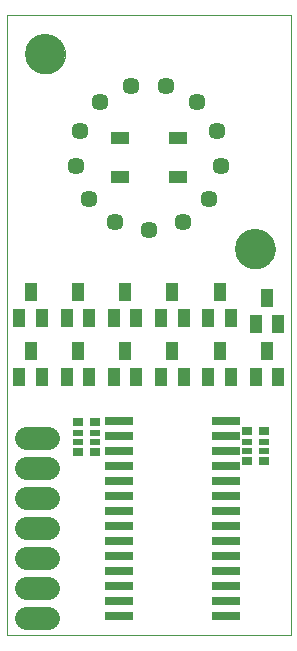
<source format=gts>
G75*
%MOIN*%
%OFA0B0*%
%FSLAX25Y25*%
%IPPOS*%
%LPD*%
%AMOC8*
5,1,8,0,0,1.08239X$1,22.5*
%
%ADD10C,0.00000*%
%ADD11C,0.05707*%
%ADD12R,0.04337X0.05912*%
%ADD13R,0.09400X0.02600*%
%ADD14C,0.13400*%
%ADD15R,0.06306X0.03943*%
%ADD16C,0.07800*%
%ADD17R,0.03550X0.02762*%
%ADD18R,0.03550X0.02369*%
D10*
X0007524Y0024687D02*
X0007524Y0231380D01*
X0102012Y0231380D01*
X0102012Y0024687D01*
X0007524Y0024687D01*
X0083701Y0153624D02*
X0083703Y0153785D01*
X0083709Y0153945D01*
X0083719Y0154106D01*
X0083733Y0154266D01*
X0083751Y0154426D01*
X0083772Y0154585D01*
X0083798Y0154744D01*
X0083828Y0154902D01*
X0083861Y0155059D01*
X0083899Y0155216D01*
X0083940Y0155371D01*
X0083985Y0155525D01*
X0084034Y0155678D01*
X0084087Y0155830D01*
X0084143Y0155981D01*
X0084204Y0156130D01*
X0084267Y0156278D01*
X0084335Y0156424D01*
X0084406Y0156568D01*
X0084480Y0156710D01*
X0084558Y0156851D01*
X0084640Y0156989D01*
X0084725Y0157126D01*
X0084813Y0157260D01*
X0084905Y0157392D01*
X0085000Y0157522D01*
X0085098Y0157650D01*
X0085199Y0157775D01*
X0085303Y0157897D01*
X0085410Y0158017D01*
X0085520Y0158134D01*
X0085633Y0158249D01*
X0085749Y0158360D01*
X0085868Y0158469D01*
X0085989Y0158574D01*
X0086113Y0158677D01*
X0086239Y0158777D01*
X0086367Y0158873D01*
X0086498Y0158966D01*
X0086632Y0159056D01*
X0086767Y0159143D01*
X0086905Y0159226D01*
X0087044Y0159306D01*
X0087186Y0159382D01*
X0087329Y0159455D01*
X0087474Y0159524D01*
X0087621Y0159590D01*
X0087769Y0159652D01*
X0087919Y0159710D01*
X0088070Y0159765D01*
X0088223Y0159816D01*
X0088377Y0159863D01*
X0088532Y0159906D01*
X0088688Y0159945D01*
X0088844Y0159981D01*
X0089002Y0160012D01*
X0089160Y0160040D01*
X0089319Y0160064D01*
X0089479Y0160084D01*
X0089639Y0160100D01*
X0089799Y0160112D01*
X0089960Y0160120D01*
X0090121Y0160124D01*
X0090281Y0160124D01*
X0090442Y0160120D01*
X0090603Y0160112D01*
X0090763Y0160100D01*
X0090923Y0160084D01*
X0091083Y0160064D01*
X0091242Y0160040D01*
X0091400Y0160012D01*
X0091558Y0159981D01*
X0091714Y0159945D01*
X0091870Y0159906D01*
X0092025Y0159863D01*
X0092179Y0159816D01*
X0092332Y0159765D01*
X0092483Y0159710D01*
X0092633Y0159652D01*
X0092781Y0159590D01*
X0092928Y0159524D01*
X0093073Y0159455D01*
X0093216Y0159382D01*
X0093358Y0159306D01*
X0093497Y0159226D01*
X0093635Y0159143D01*
X0093770Y0159056D01*
X0093904Y0158966D01*
X0094035Y0158873D01*
X0094163Y0158777D01*
X0094289Y0158677D01*
X0094413Y0158574D01*
X0094534Y0158469D01*
X0094653Y0158360D01*
X0094769Y0158249D01*
X0094882Y0158134D01*
X0094992Y0158017D01*
X0095099Y0157897D01*
X0095203Y0157775D01*
X0095304Y0157650D01*
X0095402Y0157522D01*
X0095497Y0157392D01*
X0095589Y0157260D01*
X0095677Y0157126D01*
X0095762Y0156989D01*
X0095844Y0156851D01*
X0095922Y0156710D01*
X0095996Y0156568D01*
X0096067Y0156424D01*
X0096135Y0156278D01*
X0096198Y0156130D01*
X0096259Y0155981D01*
X0096315Y0155830D01*
X0096368Y0155678D01*
X0096417Y0155525D01*
X0096462Y0155371D01*
X0096503Y0155216D01*
X0096541Y0155059D01*
X0096574Y0154902D01*
X0096604Y0154744D01*
X0096630Y0154585D01*
X0096651Y0154426D01*
X0096669Y0154266D01*
X0096683Y0154106D01*
X0096693Y0153945D01*
X0096699Y0153785D01*
X0096701Y0153624D01*
X0096699Y0153463D01*
X0096693Y0153303D01*
X0096683Y0153142D01*
X0096669Y0152982D01*
X0096651Y0152822D01*
X0096630Y0152663D01*
X0096604Y0152504D01*
X0096574Y0152346D01*
X0096541Y0152189D01*
X0096503Y0152032D01*
X0096462Y0151877D01*
X0096417Y0151723D01*
X0096368Y0151570D01*
X0096315Y0151418D01*
X0096259Y0151267D01*
X0096198Y0151118D01*
X0096135Y0150970D01*
X0096067Y0150824D01*
X0095996Y0150680D01*
X0095922Y0150538D01*
X0095844Y0150397D01*
X0095762Y0150259D01*
X0095677Y0150122D01*
X0095589Y0149988D01*
X0095497Y0149856D01*
X0095402Y0149726D01*
X0095304Y0149598D01*
X0095203Y0149473D01*
X0095099Y0149351D01*
X0094992Y0149231D01*
X0094882Y0149114D01*
X0094769Y0148999D01*
X0094653Y0148888D01*
X0094534Y0148779D01*
X0094413Y0148674D01*
X0094289Y0148571D01*
X0094163Y0148471D01*
X0094035Y0148375D01*
X0093904Y0148282D01*
X0093770Y0148192D01*
X0093635Y0148105D01*
X0093497Y0148022D01*
X0093358Y0147942D01*
X0093216Y0147866D01*
X0093073Y0147793D01*
X0092928Y0147724D01*
X0092781Y0147658D01*
X0092633Y0147596D01*
X0092483Y0147538D01*
X0092332Y0147483D01*
X0092179Y0147432D01*
X0092025Y0147385D01*
X0091870Y0147342D01*
X0091714Y0147303D01*
X0091558Y0147267D01*
X0091400Y0147236D01*
X0091242Y0147208D01*
X0091083Y0147184D01*
X0090923Y0147164D01*
X0090763Y0147148D01*
X0090603Y0147136D01*
X0090442Y0147128D01*
X0090281Y0147124D01*
X0090121Y0147124D01*
X0089960Y0147128D01*
X0089799Y0147136D01*
X0089639Y0147148D01*
X0089479Y0147164D01*
X0089319Y0147184D01*
X0089160Y0147208D01*
X0089002Y0147236D01*
X0088844Y0147267D01*
X0088688Y0147303D01*
X0088532Y0147342D01*
X0088377Y0147385D01*
X0088223Y0147432D01*
X0088070Y0147483D01*
X0087919Y0147538D01*
X0087769Y0147596D01*
X0087621Y0147658D01*
X0087474Y0147724D01*
X0087329Y0147793D01*
X0087186Y0147866D01*
X0087044Y0147942D01*
X0086905Y0148022D01*
X0086767Y0148105D01*
X0086632Y0148192D01*
X0086498Y0148282D01*
X0086367Y0148375D01*
X0086239Y0148471D01*
X0086113Y0148571D01*
X0085989Y0148674D01*
X0085868Y0148779D01*
X0085749Y0148888D01*
X0085633Y0148999D01*
X0085520Y0149114D01*
X0085410Y0149231D01*
X0085303Y0149351D01*
X0085199Y0149473D01*
X0085098Y0149598D01*
X0085000Y0149726D01*
X0084905Y0149856D01*
X0084813Y0149988D01*
X0084725Y0150122D01*
X0084640Y0150259D01*
X0084558Y0150397D01*
X0084480Y0150538D01*
X0084406Y0150680D01*
X0084335Y0150824D01*
X0084267Y0150970D01*
X0084204Y0151118D01*
X0084143Y0151267D01*
X0084087Y0151418D01*
X0084034Y0151570D01*
X0083985Y0151723D01*
X0083940Y0151877D01*
X0083899Y0152032D01*
X0083861Y0152189D01*
X0083828Y0152346D01*
X0083798Y0152504D01*
X0083772Y0152663D01*
X0083751Y0152822D01*
X0083733Y0152982D01*
X0083719Y0153142D01*
X0083709Y0153303D01*
X0083703Y0153463D01*
X0083701Y0153624D01*
X0013819Y0218585D02*
X0013821Y0218746D01*
X0013827Y0218906D01*
X0013837Y0219067D01*
X0013851Y0219227D01*
X0013869Y0219387D01*
X0013890Y0219546D01*
X0013916Y0219705D01*
X0013946Y0219863D01*
X0013979Y0220020D01*
X0014017Y0220177D01*
X0014058Y0220332D01*
X0014103Y0220486D01*
X0014152Y0220639D01*
X0014205Y0220791D01*
X0014261Y0220942D01*
X0014322Y0221091D01*
X0014385Y0221239D01*
X0014453Y0221385D01*
X0014524Y0221529D01*
X0014598Y0221671D01*
X0014676Y0221812D01*
X0014758Y0221950D01*
X0014843Y0222087D01*
X0014931Y0222221D01*
X0015023Y0222353D01*
X0015118Y0222483D01*
X0015216Y0222611D01*
X0015317Y0222736D01*
X0015421Y0222858D01*
X0015528Y0222978D01*
X0015638Y0223095D01*
X0015751Y0223210D01*
X0015867Y0223321D01*
X0015986Y0223430D01*
X0016107Y0223535D01*
X0016231Y0223638D01*
X0016357Y0223738D01*
X0016485Y0223834D01*
X0016616Y0223927D01*
X0016750Y0224017D01*
X0016885Y0224104D01*
X0017023Y0224187D01*
X0017162Y0224267D01*
X0017304Y0224343D01*
X0017447Y0224416D01*
X0017592Y0224485D01*
X0017739Y0224551D01*
X0017887Y0224613D01*
X0018037Y0224671D01*
X0018188Y0224726D01*
X0018341Y0224777D01*
X0018495Y0224824D01*
X0018650Y0224867D01*
X0018806Y0224906D01*
X0018962Y0224942D01*
X0019120Y0224973D01*
X0019278Y0225001D01*
X0019437Y0225025D01*
X0019597Y0225045D01*
X0019757Y0225061D01*
X0019917Y0225073D01*
X0020078Y0225081D01*
X0020239Y0225085D01*
X0020399Y0225085D01*
X0020560Y0225081D01*
X0020721Y0225073D01*
X0020881Y0225061D01*
X0021041Y0225045D01*
X0021201Y0225025D01*
X0021360Y0225001D01*
X0021518Y0224973D01*
X0021676Y0224942D01*
X0021832Y0224906D01*
X0021988Y0224867D01*
X0022143Y0224824D01*
X0022297Y0224777D01*
X0022450Y0224726D01*
X0022601Y0224671D01*
X0022751Y0224613D01*
X0022899Y0224551D01*
X0023046Y0224485D01*
X0023191Y0224416D01*
X0023334Y0224343D01*
X0023476Y0224267D01*
X0023615Y0224187D01*
X0023753Y0224104D01*
X0023888Y0224017D01*
X0024022Y0223927D01*
X0024153Y0223834D01*
X0024281Y0223738D01*
X0024407Y0223638D01*
X0024531Y0223535D01*
X0024652Y0223430D01*
X0024771Y0223321D01*
X0024887Y0223210D01*
X0025000Y0223095D01*
X0025110Y0222978D01*
X0025217Y0222858D01*
X0025321Y0222736D01*
X0025422Y0222611D01*
X0025520Y0222483D01*
X0025615Y0222353D01*
X0025707Y0222221D01*
X0025795Y0222087D01*
X0025880Y0221950D01*
X0025962Y0221812D01*
X0026040Y0221671D01*
X0026114Y0221529D01*
X0026185Y0221385D01*
X0026253Y0221239D01*
X0026316Y0221091D01*
X0026377Y0220942D01*
X0026433Y0220791D01*
X0026486Y0220639D01*
X0026535Y0220486D01*
X0026580Y0220332D01*
X0026621Y0220177D01*
X0026659Y0220020D01*
X0026692Y0219863D01*
X0026722Y0219705D01*
X0026748Y0219546D01*
X0026769Y0219387D01*
X0026787Y0219227D01*
X0026801Y0219067D01*
X0026811Y0218906D01*
X0026817Y0218746D01*
X0026819Y0218585D01*
X0026817Y0218424D01*
X0026811Y0218264D01*
X0026801Y0218103D01*
X0026787Y0217943D01*
X0026769Y0217783D01*
X0026748Y0217624D01*
X0026722Y0217465D01*
X0026692Y0217307D01*
X0026659Y0217150D01*
X0026621Y0216993D01*
X0026580Y0216838D01*
X0026535Y0216684D01*
X0026486Y0216531D01*
X0026433Y0216379D01*
X0026377Y0216228D01*
X0026316Y0216079D01*
X0026253Y0215931D01*
X0026185Y0215785D01*
X0026114Y0215641D01*
X0026040Y0215499D01*
X0025962Y0215358D01*
X0025880Y0215220D01*
X0025795Y0215083D01*
X0025707Y0214949D01*
X0025615Y0214817D01*
X0025520Y0214687D01*
X0025422Y0214559D01*
X0025321Y0214434D01*
X0025217Y0214312D01*
X0025110Y0214192D01*
X0025000Y0214075D01*
X0024887Y0213960D01*
X0024771Y0213849D01*
X0024652Y0213740D01*
X0024531Y0213635D01*
X0024407Y0213532D01*
X0024281Y0213432D01*
X0024153Y0213336D01*
X0024022Y0213243D01*
X0023888Y0213153D01*
X0023753Y0213066D01*
X0023615Y0212983D01*
X0023476Y0212903D01*
X0023334Y0212827D01*
X0023191Y0212754D01*
X0023046Y0212685D01*
X0022899Y0212619D01*
X0022751Y0212557D01*
X0022601Y0212499D01*
X0022450Y0212444D01*
X0022297Y0212393D01*
X0022143Y0212346D01*
X0021988Y0212303D01*
X0021832Y0212264D01*
X0021676Y0212228D01*
X0021518Y0212197D01*
X0021360Y0212169D01*
X0021201Y0212145D01*
X0021041Y0212125D01*
X0020881Y0212109D01*
X0020721Y0212097D01*
X0020560Y0212089D01*
X0020399Y0212085D01*
X0020239Y0212085D01*
X0020078Y0212089D01*
X0019917Y0212097D01*
X0019757Y0212109D01*
X0019597Y0212125D01*
X0019437Y0212145D01*
X0019278Y0212169D01*
X0019120Y0212197D01*
X0018962Y0212228D01*
X0018806Y0212264D01*
X0018650Y0212303D01*
X0018495Y0212346D01*
X0018341Y0212393D01*
X0018188Y0212444D01*
X0018037Y0212499D01*
X0017887Y0212557D01*
X0017739Y0212619D01*
X0017592Y0212685D01*
X0017447Y0212754D01*
X0017304Y0212827D01*
X0017162Y0212903D01*
X0017023Y0212983D01*
X0016885Y0213066D01*
X0016750Y0213153D01*
X0016616Y0213243D01*
X0016485Y0213336D01*
X0016357Y0213432D01*
X0016231Y0213532D01*
X0016107Y0213635D01*
X0015986Y0213740D01*
X0015867Y0213849D01*
X0015751Y0213960D01*
X0015638Y0214075D01*
X0015528Y0214192D01*
X0015421Y0214312D01*
X0015317Y0214434D01*
X0015216Y0214559D01*
X0015118Y0214687D01*
X0015023Y0214817D01*
X0014931Y0214949D01*
X0014843Y0215083D01*
X0014758Y0215220D01*
X0014676Y0215358D01*
X0014598Y0215499D01*
X0014524Y0215641D01*
X0014453Y0215785D01*
X0014385Y0215931D01*
X0014322Y0216079D01*
X0014261Y0216228D01*
X0014205Y0216379D01*
X0014152Y0216531D01*
X0014103Y0216684D01*
X0014058Y0216838D01*
X0014017Y0216993D01*
X0013979Y0217150D01*
X0013946Y0217307D01*
X0013916Y0217465D01*
X0013890Y0217624D01*
X0013869Y0217783D01*
X0013851Y0217943D01*
X0013837Y0218103D01*
X0013827Y0218264D01*
X0013821Y0218424D01*
X0013819Y0218585D01*
D11*
X0031982Y0192778D03*
X0038608Y0202377D03*
X0048936Y0207798D03*
X0060600Y0207798D03*
X0070928Y0202377D03*
X0077554Y0192778D03*
X0078960Y0181199D03*
X0074824Y0170292D03*
X0066093Y0162558D03*
X0054768Y0159766D03*
X0043443Y0162558D03*
X0034712Y0170292D03*
X0030576Y0181199D03*
D12*
X0031146Y0139254D03*
X0027406Y0130593D03*
X0034886Y0130593D03*
X0043154Y0130593D03*
X0046894Y0139254D03*
X0050634Y0130593D03*
X0058902Y0130593D03*
X0062642Y0139254D03*
X0066382Y0130593D03*
X0074650Y0130593D03*
X0078390Y0139254D03*
X0082130Y0130593D03*
X0078390Y0119569D03*
X0074650Y0110908D03*
X0082130Y0110908D03*
X0090398Y0110908D03*
X0094138Y0119569D03*
X0097878Y0110908D03*
X0097878Y0128624D03*
X0094138Y0137286D03*
X0090398Y0128624D03*
X0066382Y0110908D03*
X0062642Y0119569D03*
X0058902Y0110908D03*
X0050634Y0110908D03*
X0046894Y0119569D03*
X0043154Y0110908D03*
X0034886Y0110908D03*
X0031146Y0119569D03*
X0027406Y0110908D03*
X0019138Y0110908D03*
X0015398Y0119569D03*
X0011658Y0110908D03*
X0011658Y0130593D03*
X0015398Y0139254D03*
X0019138Y0130593D03*
D13*
X0044842Y0096183D03*
X0044842Y0091183D03*
X0044842Y0086183D03*
X0044842Y0081183D03*
X0044842Y0076183D03*
X0044842Y0071183D03*
X0044842Y0066183D03*
X0044842Y0061183D03*
X0044842Y0056183D03*
X0044842Y0051183D03*
X0044842Y0046183D03*
X0044842Y0041183D03*
X0044842Y0036183D03*
X0044842Y0031183D03*
X0080442Y0031183D03*
X0080442Y0036183D03*
X0080442Y0041183D03*
X0080442Y0046183D03*
X0080442Y0051183D03*
X0080442Y0056183D03*
X0080442Y0061183D03*
X0080442Y0066183D03*
X0080442Y0071183D03*
X0080442Y0076183D03*
X0080442Y0081183D03*
X0080442Y0086183D03*
X0080442Y0091183D03*
X0080442Y0096183D03*
D14*
X0090201Y0153624D03*
X0020319Y0218585D03*
D15*
X0045123Y0190632D03*
X0045123Y0177640D03*
X0064414Y0177640D03*
X0064414Y0190632D03*
D16*
X0021067Y0090593D02*
X0013667Y0090593D01*
X0013667Y0080593D02*
X0021067Y0080593D01*
X0021067Y0070593D02*
X0013667Y0070593D01*
X0013667Y0060593D02*
X0021067Y0060593D01*
X0021067Y0050593D02*
X0013667Y0050593D01*
X0013667Y0040593D02*
X0021067Y0040593D01*
X0021067Y0030593D02*
X0013667Y0030593D01*
D17*
X0031028Y0085730D03*
X0036934Y0085730D03*
X0036934Y0095770D03*
X0031028Y0095770D03*
X0087327Y0092778D03*
X0093233Y0092778D03*
X0093233Y0082738D03*
X0087327Y0082738D03*
D18*
X0087327Y0086183D03*
X0087327Y0089333D03*
X0093233Y0089333D03*
X0093233Y0086183D03*
X0036934Y0089175D03*
X0036934Y0092325D03*
X0031028Y0092325D03*
X0031028Y0089175D03*
M02*

</source>
